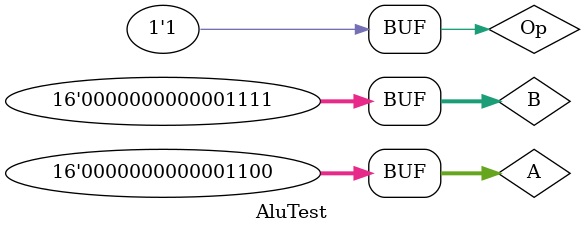
<source format=v>
`timescale 1ns / 1ps


module AluTest;

	// Inputs
	reg [15:0] A;
	reg [15:0] B;
	reg Op;

	// Outputs
	wire [15:0] Out;

	// Instantiate the Unit Under Test (UUT)
	ALU uut (
		.A(A), 
		.B(B), 
		.Out(Out), 
		.Op(Op)
	);

	initial begin
		// Initialize Inputs
		A = 0;
		B = 0;
		Op = 0;

		// Wait 100 ns for global reset to finish
		#100;
        
		A = 12;
		B = 7;
		
		#100;
		
		Op = 1;
		
		#100;
		
		B = 15;
	end
      
endmodule


</source>
